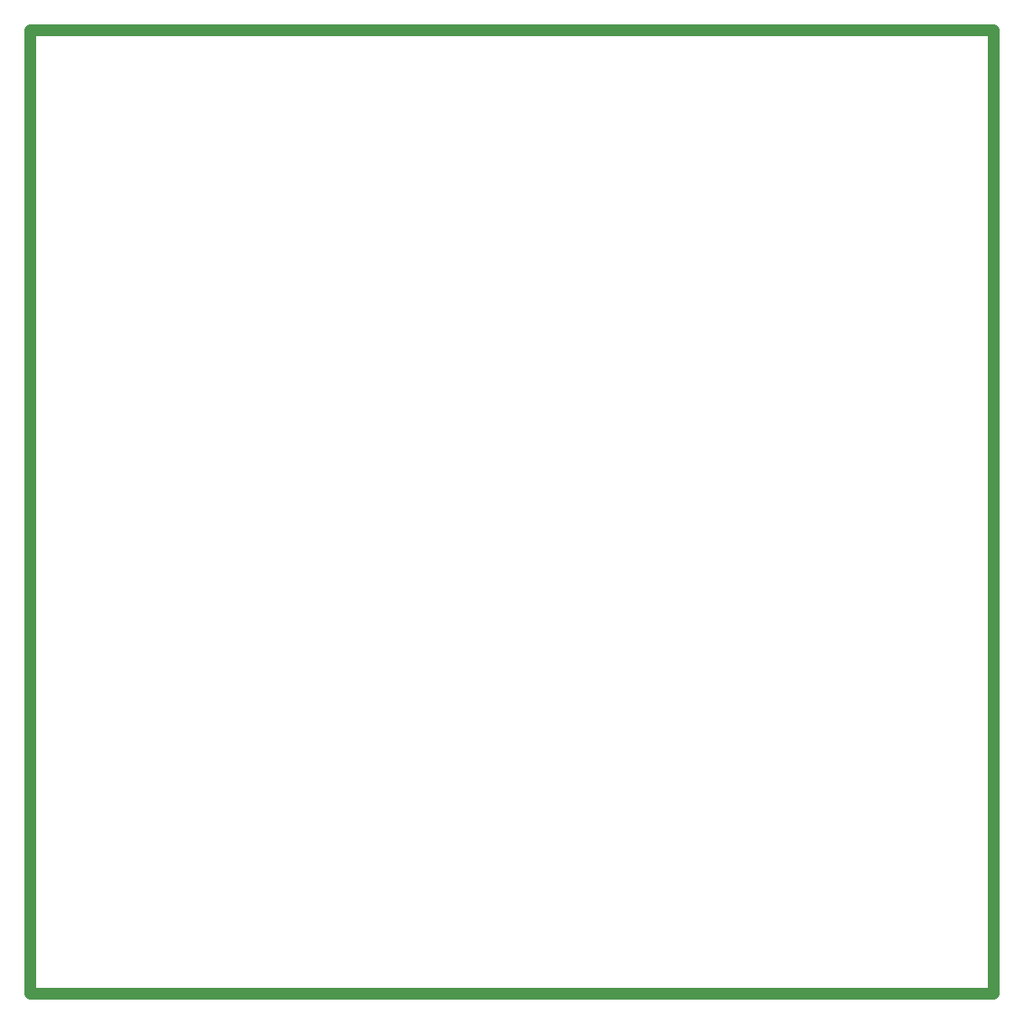
<source format=gko>
G04*
G04 #@! TF.GenerationSoftware,Altium Limited,Altium Designer,24.9.1 (31)*
G04*
G04 Layer_Color=16711935*
%FSTAX43Y43*%
%MOMM*%
G71*
G04*
G04 #@! TF.SameCoordinates,CBCBAFD4-78DD-4E97-AB5F-6E03977E6BC7*
G04*
G04*
G04 #@! TF.FilePolarity,Positive*
G04*
G01*
G75*
%ADD13C,1.200*%
D13*
X009582Y003416D02*
X019282D01*
X009582Y013116D02*
X019282D01*
Y003416D02*
Y013116D01*
X009582Y003416D02*
Y013116D01*
M02*

</source>
